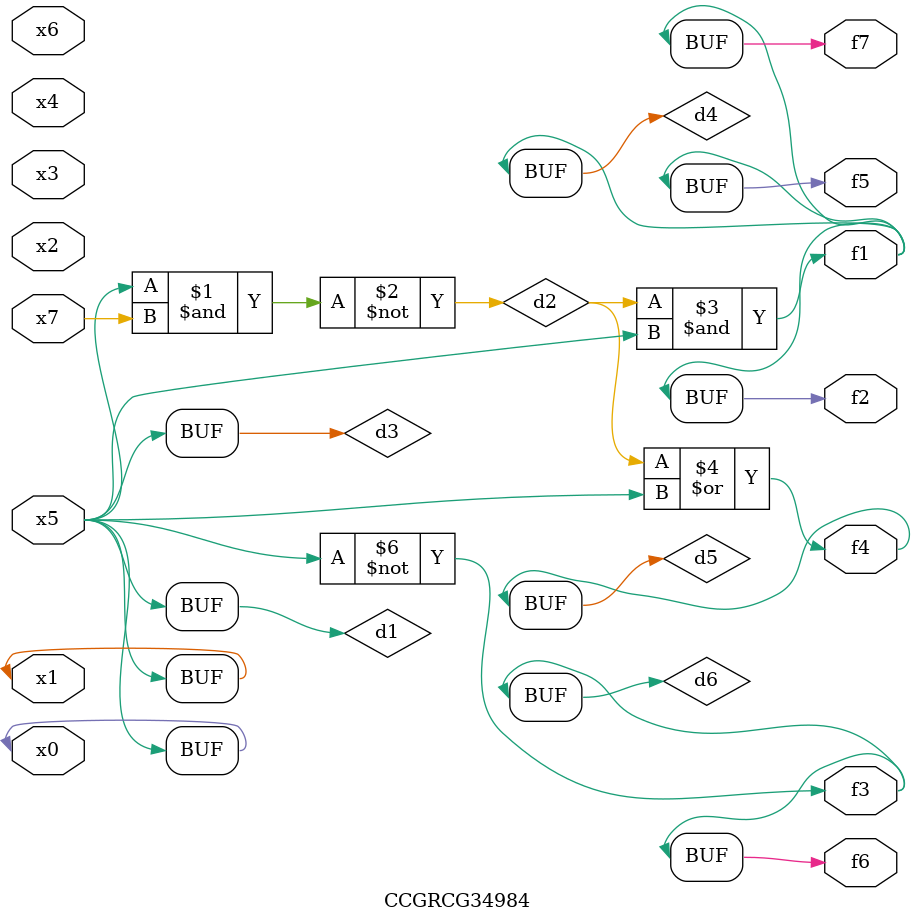
<source format=v>
module CCGRCG34984(
	input x0, x1, x2, x3, x4, x5, x6, x7,
	output f1, f2, f3, f4, f5, f6, f7
);

	wire d1, d2, d3, d4, d5, d6;

	buf (d1, x0, x5);
	nand (d2, x5, x7);
	buf (d3, x0, x1);
	and (d4, d2, d3);
	or (d5, d2, d3);
	nor (d6, d1, d3);
	assign f1 = d4;
	assign f2 = d4;
	assign f3 = d6;
	assign f4 = d5;
	assign f5 = d4;
	assign f6 = d6;
	assign f7 = d4;
endmodule

</source>
